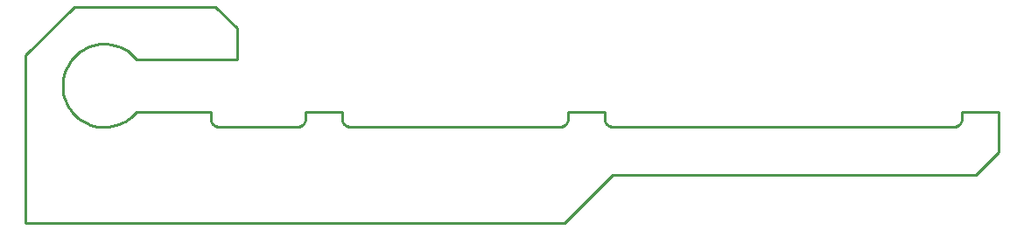
<source format=gbr>
G04 EAGLE Gerber RS-274X export*
G75*
%MOMM*%
%FSLAX34Y34*%
%LPD*%
%IN*%
%IPPOS*%
%AMOC8*
5,1,8,0,0,1.08239X$1,22.5*%
G01*
%ADD10C,0.254000*%


D10*
X3810Y0D02*
X525145Y0D01*
X571500Y46355D01*
X922655Y46355D01*
X944880Y68580D01*
X944880Y107950D01*
X909320Y107950D01*
X909320Y100965D01*
X909291Y100301D01*
X909204Y99642D01*
X909060Y98993D01*
X908860Y98359D01*
X908606Y97745D01*
X908299Y97155D01*
X907942Y96594D01*
X907537Y96067D01*
X907088Y95577D01*
X906598Y95128D01*
X906071Y94723D01*
X905510Y94366D01*
X904920Y94059D01*
X904306Y93805D01*
X903672Y93605D01*
X903023Y93461D01*
X902364Y93374D01*
X901700Y93345D01*
X571500Y93345D01*
X570836Y93374D01*
X570177Y93461D01*
X569528Y93605D01*
X568894Y93805D01*
X568280Y94059D01*
X567690Y94366D01*
X567129Y94723D01*
X566602Y95128D01*
X566112Y95577D01*
X565663Y96067D01*
X565258Y96594D01*
X564901Y97155D01*
X564594Y97745D01*
X564340Y98359D01*
X564140Y98993D01*
X563996Y99642D01*
X563909Y100301D01*
X563880Y100965D01*
X563880Y107950D01*
X528320Y107950D01*
X528320Y100965D01*
X528291Y100301D01*
X528204Y99642D01*
X528060Y98993D01*
X527860Y98359D01*
X527606Y97745D01*
X527299Y97155D01*
X526942Y96594D01*
X526537Y96067D01*
X526088Y95577D01*
X525598Y95128D01*
X525071Y94723D01*
X524510Y94366D01*
X523920Y94059D01*
X523306Y93805D01*
X522672Y93605D01*
X522023Y93461D01*
X521364Y93374D01*
X520700Y93345D01*
X317500Y93345D01*
X316836Y93374D01*
X316177Y93461D01*
X315528Y93605D01*
X314894Y93805D01*
X314280Y94059D01*
X313690Y94366D01*
X313129Y94723D01*
X312602Y95128D01*
X312112Y95577D01*
X311663Y96067D01*
X311258Y96594D01*
X310901Y97155D01*
X310594Y97745D01*
X310340Y98359D01*
X310140Y98993D01*
X309996Y99642D01*
X309909Y100301D01*
X309880Y100965D01*
X309880Y107950D01*
X274320Y107950D01*
X274320Y100965D01*
X274291Y100301D01*
X274204Y99642D01*
X274060Y98993D01*
X273860Y98359D01*
X273606Y97745D01*
X273299Y97155D01*
X272942Y96594D01*
X272537Y96067D01*
X272088Y95577D01*
X271598Y95128D01*
X271071Y94723D01*
X270510Y94366D01*
X269920Y94059D01*
X269306Y93805D01*
X268672Y93605D01*
X268023Y93461D01*
X267364Y93374D01*
X266700Y93345D01*
X190500Y93345D01*
X189836Y93374D01*
X189177Y93461D01*
X188528Y93605D01*
X187894Y93805D01*
X187280Y94059D01*
X186690Y94366D01*
X186129Y94723D01*
X185602Y95128D01*
X185112Y95577D01*
X184663Y96067D01*
X184258Y96594D01*
X183901Y97155D01*
X183594Y97745D01*
X183340Y98359D01*
X183140Y98993D01*
X182996Y99642D01*
X182909Y100301D01*
X182880Y100965D01*
X182880Y107950D01*
X110901Y107950D01*
X108568Y105329D01*
X106016Y102922D01*
X103264Y100746D01*
X100333Y98819D01*
X97245Y97154D01*
X94024Y95765D01*
X90693Y94661D01*
X87280Y93852D01*
X83809Y93344D01*
X80306Y93140D01*
X76800Y93243D01*
X73315Y93650D01*
X69879Y94360D01*
X66519Y95366D01*
X63258Y96661D01*
X60123Y98236D01*
X57138Y100078D01*
X54324Y102173D01*
X51703Y104506D01*
X49296Y107057D01*
X47120Y109809D01*
X45192Y112741D01*
X43528Y115829D01*
X42138Y119050D01*
X41035Y122380D01*
X40226Y125794D01*
X39718Y129265D01*
X39514Y132767D01*
X39616Y136274D01*
X40024Y139759D01*
X40733Y143194D01*
X41740Y146555D01*
X43035Y149815D01*
X44610Y152950D01*
X46452Y155936D01*
X48547Y158750D01*
X50879Y161371D01*
X53431Y163778D01*
X56183Y165954D01*
X59114Y167881D01*
X62202Y169546D01*
X65424Y170935D01*
X68754Y172039D01*
X72168Y172848D01*
X75639Y173356D01*
X79141Y173560D01*
X82648Y173457D01*
X86132Y173050D01*
X89568Y172340D01*
X92929Y171334D01*
X96189Y170039D01*
X99324Y168464D01*
X102310Y166622D01*
X105124Y164527D01*
X107744Y162194D01*
X110152Y159643D01*
X110901Y158750D01*
X208280Y158750D01*
X208280Y188595D01*
X187325Y209550D01*
X50800Y209550D01*
X3810Y162560D01*
X3810Y0D01*
M02*

</source>
